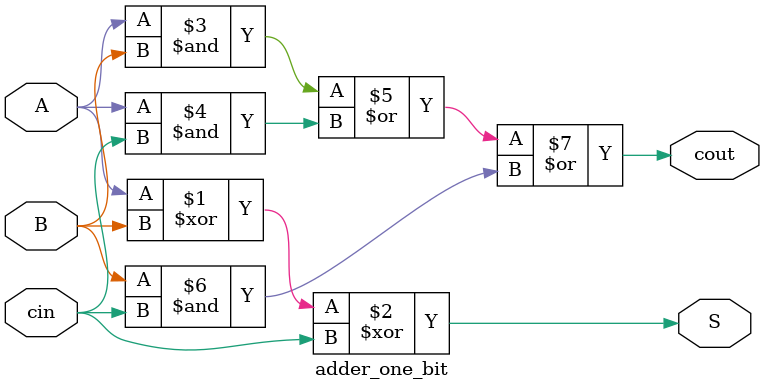
<source format=v>
/************full adder************/

module adder (
    input [1:0] A,
    input [1:0] B,
    input cin,
    output [1:0] S,
    output cout
);
    wire cout_low;
    adder_one_bit add_low(.A(A[0]), .B(B[0]), .cin(cin), .S(S[0]), .cout(cout_low));
    adder_one_bit add_high(.A(A[1]), .B(B[1]), .cin(cout_low), .S(S[1]), .cout(cout));
    
endmodule

module adder_one_bit (
    input A,
    input B,
    input cin,
    output S,
    output cout
);
    assign S = A ^ B ^ cin;
    assign cout = A & B | A & cin | B & cin;
    
endmodule
</source>
